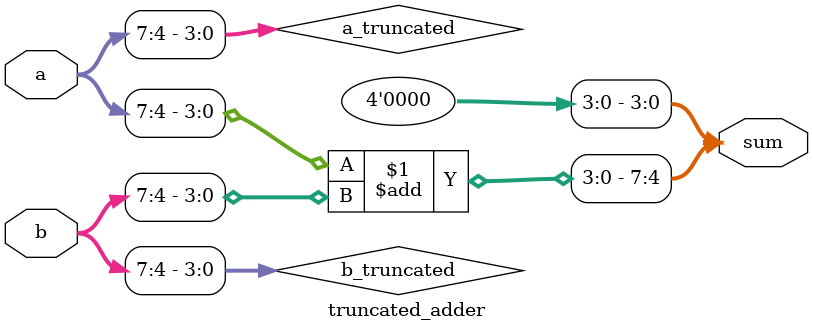
<source format=v>
module truncated_adder #(parameter N = 8, T = 4) ( // T = number of truncated bits
    input  wire [N-1:0] a, 
    input  wire [N-1:0] b,
    output wire [N-1:0] sum
);
    wire [N-1:T] a_truncated, b_truncated;
    assign a_truncated = a[N-1:T];  // Keep MSBs
    assign b_truncated = b[N-1:T];
    assign sum[N-1:T] = a_truncated + b_truncated;  // Add truncated MSBs
    assign sum[T-1:0] = 0;  // Zero out LSBs
endmodule
</source>
